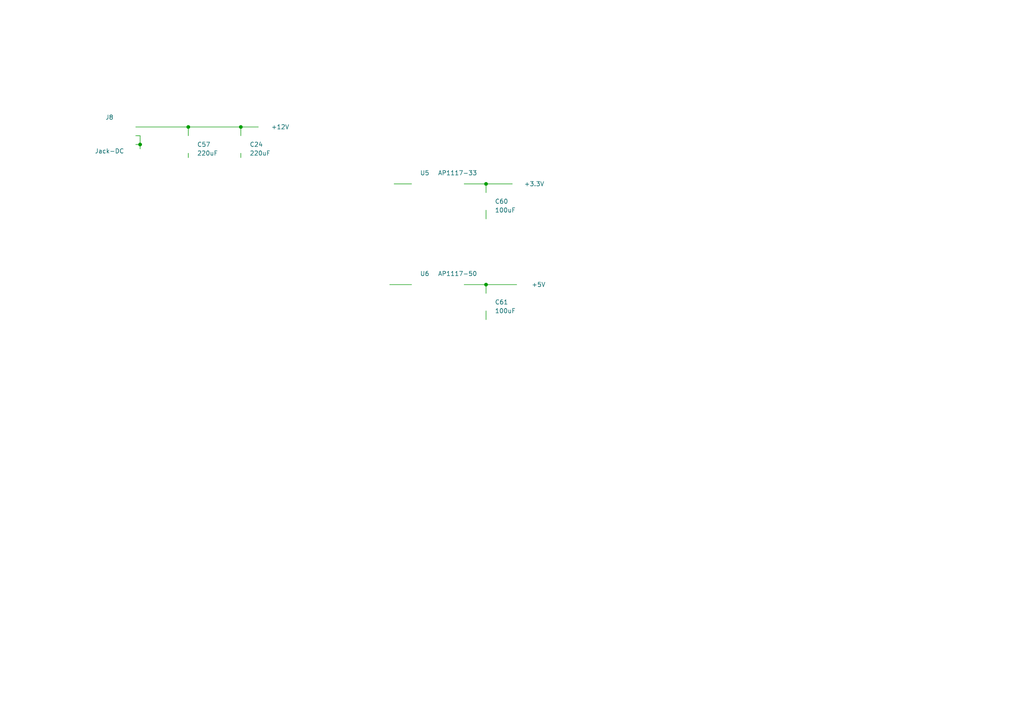
<source format=kicad_sch>
(kicad_sch
	(version 20231120)
	(generator "eeschema")
	(generator_version "8.0")
	(uuid "a90c83d4-e651-40b3-9e9e-f657d1f02d92")
	(paper "A4")
	(lib_symbols)
	(junction
		(at 140.97 53.34)
		(diameter 0)
		(color 0 0 0 0)
		(uuid "01ae115f-8ba8-44a8-9176-a0430be1b5a0")
	)
	(junction
		(at 40.64 41.91)
		(diameter 0)
		(color 0 0 0 0)
		(uuid "9ea57f3b-3bd4-47f0-9f86-c414010dc36e")
	)
	(junction
		(at 69.85 36.83)
		(diameter 0)
		(color 0 0 0 0)
		(uuid "d0f79b56-d1db-476b-8508-437f8ffd7d80")
	)
	(junction
		(at 140.97 82.55)
		(diameter 0)
		(color 0 0 0 0)
		(uuid "d4afdc3f-9a28-4238-ae98-dd21274689a9")
	)
	(junction
		(at 54.61 36.83)
		(diameter 0)
		(color 0 0 0 0)
		(uuid "e76075d9-da35-4bd9-8a39-27b211688663")
	)
	(wire
		(pts
			(xy 39.37 36.83) (xy 54.61 36.83)
		)
		(stroke
			(width 0)
			(type default)
		)
		(uuid "0519ebb6-1864-4220-bccc-d2194c4975d3")
	)
	(wire
		(pts
			(xy 140.97 53.34) (xy 148.59 53.34)
		)
		(stroke
			(width 0)
			(type default)
		)
		(uuid "0529a77b-21c8-41a7-8913-e9febbb28b11")
	)
	(wire
		(pts
			(xy 134.62 53.34) (xy 140.97 53.34)
		)
		(stroke
			(width 0)
			(type default)
		)
		(uuid "14aef81c-9679-4cad-9c27-3e6029a71564")
	)
	(wire
		(pts
			(xy 40.64 39.37) (xy 40.64 41.91)
		)
		(stroke
			(width 0)
			(type default)
		)
		(uuid "1943b2f7-674b-40ae-b960-a986e56c2171")
	)
	(wire
		(pts
			(xy 40.64 41.91) (xy 40.64 43.18)
		)
		(stroke
			(width 0)
			(type default)
		)
		(uuid "371cd7e6-1581-4514-bcd3-f173512895bc")
	)
	(wire
		(pts
			(xy 69.85 36.83) (xy 74.93 36.83)
		)
		(stroke
			(width 0)
			(type default)
		)
		(uuid "3feac837-9d80-4907-814c-e96b9f03e6cc")
	)
	(wire
		(pts
			(xy 140.97 85.09) (xy 140.97 82.55)
		)
		(stroke
			(width 0)
			(type default)
		)
		(uuid "45eadfc7-5c53-47da-b06a-ed531eb1ef9e")
	)
	(wire
		(pts
			(xy 113.03 82.55) (xy 119.38 82.55)
		)
		(stroke
			(width 0)
			(type default)
		)
		(uuid "5ce9ad2b-4ef6-4057-aac8-294288c09cd6")
	)
	(wire
		(pts
			(xy 54.61 44.45) (xy 54.61 45.72)
		)
		(stroke
			(width 0)
			(type default)
		)
		(uuid "633a19b5-5d13-40c1-af75-36be0448c1f2")
	)
	(wire
		(pts
			(xy 140.97 55.88) (xy 140.97 53.34)
		)
		(stroke
			(width 0)
			(type default)
		)
		(uuid "654e208a-b634-4e07-bd33-8d7e3f139244")
	)
	(wire
		(pts
			(xy 140.97 63.5) (xy 140.97 60.96)
		)
		(stroke
			(width 0)
			(type default)
		)
		(uuid "7332da47-e043-42b6-add8-10aec8151ced")
	)
	(wire
		(pts
			(xy 39.37 39.37) (xy 40.64 39.37)
		)
		(stroke
			(width 0)
			(type default)
		)
		(uuid "79a11ee6-8351-4ce6-8107-ec2e916b4ed3")
	)
	(wire
		(pts
			(xy 39.37 41.91) (xy 40.64 41.91)
		)
		(stroke
			(width 0)
			(type default)
		)
		(uuid "7a75ff01-7594-4246-8aa5-8bfc53cbadc5")
	)
	(wire
		(pts
			(xy 54.61 36.83) (xy 69.85 36.83)
		)
		(stroke
			(width 0)
			(type default)
		)
		(uuid "848e1bd1-37a8-495d-bc98-ba0958bf6967")
	)
	(wire
		(pts
			(xy 69.85 45.72) (xy 69.85 44.45)
		)
		(stroke
			(width 0)
			(type default)
		)
		(uuid "8c873bb5-8ffa-49f4-914a-17512b8a46c5")
	)
	(wire
		(pts
			(xy 54.61 39.37) (xy 54.61 36.83)
		)
		(stroke
			(width 0)
			(type default)
		)
		(uuid "91e3597a-0ccc-47a3-8c83-54486bdc74b1")
	)
	(wire
		(pts
			(xy 69.85 39.37) (xy 69.85 36.83)
		)
		(stroke
			(width 0)
			(type default)
		)
		(uuid "959ec1f9-cbb8-42ae-a8b3-7891f6d48805")
	)
	(wire
		(pts
			(xy 114.3 53.34) (xy 119.38 53.34)
		)
		(stroke
			(width 0)
			(type default)
		)
		(uuid "e4c8cf59-cf70-4f7e-baa6-a1d9a3eddd5a")
	)
	(wire
		(pts
			(xy 140.97 92.71) (xy 140.97 90.17)
		)
		(stroke
			(width 0)
			(type default)
		)
		(uuid "ebf46a53-d6c4-4a9f-9071-34e4216f6b8f")
	)
	(wire
		(pts
			(xy 140.97 82.55) (xy 149.86 82.55)
		)
		(stroke
			(width 0)
			(type default)
		)
		(uuid "f4157c24-f865-4a07-9e4a-301dd548e969")
	)
	(wire
		(pts
			(xy 134.62 82.55) (xy 140.97 82.55)
		)
		(stroke
			(width 0)
			(type default)
		)
		(uuid "fb9eb67d-2bc0-4ff2-9479-08b1c54b4ab6")
	)
	(symbol
		(lib_id "GND")
		(at 127 60.96 0)
		(unit 1)
		(exclude_from_sim no)
		(in_bom yes)
		(on_board yes)
		(dnp no)
		(uuid "00000000-0000-0000-0000-0000616346e3")
		(property "Reference" "#PWR068"
			(at 127 67.31 0)
			(effects
				(font
					(size 1.27 1.27)
				)
				(hide yes)
			)
		)
		(property "Value" "GND"
			(at 127 64.77 0)
			(effects
				(font
					(size 1.27 1.27)
				)
				(hide yes)
			)
		)
		(property "Footprint" ""
			(at 127 60.96 0)
			(effects
				(font
					(size 1.27 1.27)
				)
				(hide yes)
			)
		)
		(property "Datasheet" ""
			(at 127 60.96 0)
			(effects
				(font
					(size 1.27 1.27)
				)
				(hide yes)
			)
		)
		(property "Description" ""
			(at 127 60.96 0)
			(effects
				(font
					(size 1.27 1.27)
				)
				(hide yes)
			)
		)
		(instances
			(project "pure"
				(path "/74d736cc-15c3-4dc5-ae3c-dc08a689d728/00000000-0000-0000-0000-0000616344f8"
					(reference "#PWR068")
					(unit 1)
				)
			)
		)
	)
	(symbol
		(lib_id "+12V")
		(at 113.03 82.55 90)
		(unit 1)
		(exclude_from_sim no)
		(in_bom yes)
		(on_board yes)
		(dnp no)
		(uuid "00000000-0000-0000-0000-000061634868")
		(property "Reference" "#PWR069"
			(at 116.84 82.55 0)
			(effects
				(font
					(size 1.27 1.27)
				)
				(hide yes)
			)
		)
		(property "Value" "+12V"
			(at 106.68 82.55 90)
			(effects
				(font
					(size 1.27 1.27)
				)
			)
		)
		(property "Footprint" ""
			(at 113.03 82.55 0)
			(effects
				(font
					(size 1.27 1.27)
				)
				(hide yes)
			)
		)
		(property "Datasheet" ""
			(at 113.03 82.55 0)
			(effects
				(font
					(size 1.27 1.27)
				)
				(hide yes)
			)
		)
		(property "Description" ""
			(at 113.03 82.55 0)
			(effects
				(font
					(size 1.27 1.27)
				)
				(hide yes)
			)
		)
		(instances
			(project "pure"
				(path "/74d736cc-15c3-4dc5-ae3c-dc08a689d728/00000000-0000-0000-0000-0000616344f8"
					(reference "#PWR069")
					(unit 1)
				)
			)
		)
	)
	(symbol
		(lib_id "+3.3V")
		(at 148.59 53.34 270)
		(unit 1)
		(exclude_from_sim no)
		(in_bom yes)
		(on_board yes)
		(dnp no)
		(uuid "00000000-0000-0000-0000-000061634c13")
		(property "Reference" "#PWR070"
			(at 144.78 53.34 0)
			(effects
				(font
					(size 1.27 1.27)
				)
				(hide yes)
			)
		)
		(property "Value" "+3.3V"
			(at 154.94 53.34 90)
			(effects
				(font
					(size 1.27 1.27)
				)
			)
		)
		(property "Footprint" ""
			(at 148.59 53.34 0)
			(effects
				(font
					(size 1.27 1.27)
				)
				(hide yes)
			)
		)
		(property "Datasheet" ""
			(at 148.59 53.34 0)
			(effects
				(font
					(size 1.27 1.27)
				)
				(hide yes)
			)
		)
		(property "Description" ""
			(at 148.59 53.34 0)
			(effects
				(font
					(size 1.27 1.27)
				)
				(hide yes)
			)
		)
		(instances
			(project "pure"
				(path "/74d736cc-15c3-4dc5-ae3c-dc08a689d728/00000000-0000-0000-0000-0000616344f8"
					(reference "#PWR070")
					(unit 1)
				)
			)
		)
	)
	(symbol
		(lib_id "Jack-DC")
		(at 31.75 39.37 0)
		(unit 1)
		(exclude_from_sim no)
		(in_bom yes)
		(on_board yes)
		(dnp no)
		(uuid "00000000-0000-0000-0000-000061634d81")
		(property "Reference" "J8"
			(at 31.75 34.036 0)
			(effects
				(font
					(size 1.27 1.27)
				)
			)
		)
		(property "Value" "Jack-DC"
			(at 31.75 43.815 0)
			(effects
				(font
					(size 1.27 1.27)
				)
			)
		)
		(property "Footprint" "LCSDR:BARREL_JACK"
			(at 33.02 40.386 0)
			(effects
				(font
					(size 1.27 1.27)
				)
				(hide yes)
			)
		)
		(property "Datasheet" ""
			(at 33.02 40.386 0)
			(effects
				(font
					(size 1.27 1.27)
				)
				(hide yes)
			)
		)
		(property "Description" ""
			(at 31.75 39.37 0)
			(effects
				(font
					(size 1.27 1.27)
				)
				(hide yes)
			)
		)
		(instances
			(project "pure"
				(path "/74d736cc-15c3-4dc5-ae3c-dc08a689d728/00000000-0000-0000-0000-0000616344f8"
					(reference "J8")
					(unit 1)
				)
			)
		)
	)
	(symbol
		(lib_id "+12V")
		(at 74.93 36.83 270)
		(unit 1)
		(exclude_from_sim no)
		(in_bom yes)
		(on_board yes)
		(dnp no)
		(uuid "00000000-0000-0000-0000-000061634e52")
		(property "Reference" "#PWR071"
			(at 71.12 36.83 0)
			(effects
				(font
					(size 1.27 1.27)
				)
				(hide yes)
			)
		)
		(property "Value" "+12V"
			(at 81.28 36.83 90)
			(effects
				(font
					(size 1.27 1.27)
				)
			)
		)
		(property "Footprint" ""
			(at 74.93 36.83 0)
			(effects
				(font
					(size 1.27 1.27)
				)
				(hide yes)
			)
		)
		(property "Datasheet" ""
			(at 74.93 36.83 0)
			(effects
				(font
					(size 1.27 1.27)
				)
				(hide yes)
			)
		)
		(property "Description" ""
			(at 74.93 36.83 0)
			(effects
				(font
					(size 1.27 1.27)
				)
				(hide yes)
			)
		)
		(instances
			(project "pure"
				(path "/74d736cc-15c3-4dc5-ae3c-dc08a689d728/00000000-0000-0000-0000-0000616344f8"
					(reference "#PWR071")
					(unit 1)
				)
			)
		)
	)
	(symbol
		(lib_id "CP_Small")
		(at 54.61 41.91 0)
		(unit 1)
		(exclude_from_sim no)
		(in_bom yes)
		(on_board yes)
		(dnp no)
		(uuid "00000000-0000-0000-0000-000061634f42")
		(property "Reference" "C57"
			(at 57.15 41.91 0)
			(effects
				(font
					(size 1.27 1.27)
				)
				(justify left)
			)
		)
		(property "Value" "220uF"
			(at 57.15 44.45 0)
			(effects
				(font
					(size 1.27 1.27)
				)
				(justify left)
			)
		)
		(property "Footprint" "LCSDR:C_Radial_D5_L11_P2.5"
			(at 54.61 41.91 0)
			(effects
				(font
					(size 1.27 1.27)
				)
				(hide yes)
			)
		)
		(property "Datasheet" ""
			(at 54.61 41.91 0)
			(effects
				(font
					(size 1.27 1.27)
				)
				(hide yes)
			)
		)
		(property "Description" ""
			(at 54.61 41.91 0)
			(effects
				(font
					(size 1.27 1.27)
				)
				(hide yes)
			)
		)
		(instances
			(project "pure"
				(path "/74d736cc-15c3-4dc5-ae3c-dc08a689d728/00000000-0000-0000-0000-0000616344f8"
					(reference "C57")
					(unit 1)
				)
			)
		)
	)
	(symbol
		(lib_id "GND")
		(at 54.61 45.72 0)
		(unit 1)
		(exclude_from_sim no)
		(in_bom yes)
		(on_board yes)
		(dnp no)
		(uuid "00000000-0000-0000-0000-000061635063")
		(property "Reference" "#PWR072"
			(at 54.61 52.07 0)
			(effects
				(font
					(size 1.27 1.27)
				)
				(hide yes)
			)
		)
		(property "Value" "GND"
			(at 54.61 49.53 0)
			(effects
				(font
					(size 1.27 1.27)
				)
				(hide yes)
			)
		)
		(property "Footprint" ""
			(at 54.61 45.72 0)
			(effects
				(font
					(size 1.27 1.27)
				)
				(hide yes)
			)
		)
		(property "Datasheet" ""
			(at 54.61 45.72 0)
			(effects
				(font
					(size 1.27 1.27)
				)
				(hide yes)
			)
		)
		(property "Description" ""
			(at 54.61 45.72 0)
			(effects
				(font
					(size 1.27 1.27)
				)
				(hide yes)
			)
		)
		(instances
			(project "pure"
				(path "/74d736cc-15c3-4dc5-ae3c-dc08a689d728/00000000-0000-0000-0000-0000616344f8"
					(reference "#PWR072")
					(unit 1)
				)
			)
		)
	)
	(symbol
		(lib_id "CP_Small")
		(at 140.97 58.42 0)
		(unit 1)
		(exclude_from_sim no)
		(in_bom yes)
		(on_board yes)
		(dnp no)
		(uuid "00000000-0000-0000-0000-000061635124")
		(property "Reference" "C60"
			(at 143.51 58.42 0)
			(effects
				(font
					(size 1.27 1.27)
				)
				(justify left)
			)
		)
		(property "Value" "100uF"
			(at 143.51 60.96 0)
			(effects
				(font
					(size 1.27 1.27)
				)
				(justify left)
			)
		)
		(property "Footprint" "Capacitors_THT:CP_Radial_D6.3mm_P2.50mm"
			(at 140.97 58.42 0)
			(effects
				(font
					(size 1.27 1.27)
				)
				(hide yes)
			)
		)
		(property "Datasheet" ""
			(at 140.97 58.42 0)
			(effects
				(font
					(size 1.27 1.27)
				)
				(hide yes)
			)
		)
		(property "Description" ""
			(at 140.97 58.42 0)
			(effects
				(font
					(size 1.27 1.27)
				)
				(hide yes)
			)
		)
		(instances
			(project "pure"
				(path "/74d736cc-15c3-4dc5-ae3c-dc08a689d728/00000000-0000-0000-0000-0000616344f8"
					(reference "C60")
					(unit 1)
				)
			)
		)
	)
	(symbol
		(lib_id "CP_Small")
		(at 140.97 87.63 0)
		(unit 1)
		(exclude_from_sim no)
		(in_bom yes)
		(on_board yes)
		(dnp no)
		(uuid "00000000-0000-0000-0000-0000616351c9")
		(property "Reference" "C61"
			(at 143.51 87.63 0)
			(effects
				(font
					(size 1.27 1.27)
				)
				(justify left)
			)
		)
		(property "Value" "100uF"
			(at 143.51 90.17 0)
			(effects
				(font
					(size 1.27 1.27)
				)
				(justify left)
			)
		)
		(property "Footprint" "Capacitors_THT:CP_Radial_D6.3mm_P2.50mm"
			(at 140.97 87.63 0)
			(effects
				(font
					(size 1.27 1.27)
				)
				(hide yes)
			)
		)
		(property "Datasheet" ""
			(at 140.97 87.63 0)
			(effects
				(font
					(size 1.27 1.27)
				)
				(hide yes)
			)
		)
		(property "Description" ""
			(at 140.97 87.63 0)
			(effects
				(font
					(size 1.27 1.27)
				)
				(hide yes)
			)
		)
		(instances
			(project "pure"
				(path "/74d736cc-15c3-4dc5-ae3c-dc08a689d728/00000000-0000-0000-0000-0000616344f8"
					(reference "C61")
					(unit 1)
				)
			)
		)
	)
	(symbol
		(lib_id "GND")
		(at 140.97 92.71 0)
		(unit 1)
		(exclude_from_sim no)
		(in_bom yes)
		(on_board yes)
		(dnp no)
		(uuid "00000000-0000-0000-0000-0000616352cf")
		(property "Reference" "#PWR076"
			(at 140.97 99.06 0)
			(effects
				(font
					(size 1.27 1.27)
				)
				(hide yes)
			)
		)
		(property "Value" "GND"
			(at 140.97 96.52 0)
			(effects
				(font
					(size 1.27 1.27)
				)
				(hide yes)
			)
		)
		(property "Footprint" ""
			(at 140.97 92.71 0)
			(effects
				(font
					(size 1.27 1.27)
				)
				(hide yes)
			)
		)
		(property "Datasheet" ""
			(at 140.97 92.71 0)
			(effects
				(font
					(size 1.27 1.27)
				)
				(hide yes)
			)
		)
		(property "Description" ""
			(at 140.97 92.71 0)
			(effects
				(font
					(size 1.27 1.27)
				)
				(hide yes)
			)
		)
		(instances
			(project "pure"
				(path "/74d736cc-15c3-4dc5-ae3c-dc08a689d728/00000000-0000-0000-0000-0000616344f8"
					(reference "#PWR076")
					(unit 1)
				)
			)
		)
	)
	(symbol
		(lib_id "GND")
		(at 140.97 63.5 0)
		(unit 1)
		(exclude_from_sim no)
		(in_bom yes)
		(on_board yes)
		(dnp no)
		(uuid "00000000-0000-0000-0000-000061635424")
		(property "Reference" "#PWR073"
			(at 140.97 69.85 0)
			(effects
				(font
					(size 1.27 1.27)
				)
				(hide yes)
			)
		)
		(property "Value" "GND"
			(at 140.97 67.31 0)
			(effects
				(font
					(size 1.27 1.27)
				)
				(hide yes)
			)
		)
		(property "Footprint" ""
			(at 140.97 63.5 0)
			(effects
				(font
					(size 1.27 1.27)
				)
				(hide yes)
			)
		)
		(property "Datasheet" ""
			(at 140.97 63.5 0)
			(effects
				(font
					(size 1.27 1.27)
				)
				(hide yes)
			)
		)
		(property "Description" ""
			(at 140.97 63.5 0)
			(effects
				(font
					(size 1.27 1.27)
				)
				(hide yes)
			)
		)
		(instances
			(project "pure"
				(path "/74d736cc-15c3-4dc5-ae3c-dc08a689d728/00000000-0000-0000-0000-0000616344f8"
					(reference "#PWR073")
					(unit 1)
				)
			)
		)
	)
	(symbol
		(lib_id "GND")
		(at 40.64 43.18 0)
		(unit 1)
		(exclude_from_sim no)
		(in_bom yes)
		(on_board yes)
		(dnp no)
		(uuid "00000000-0000-0000-0000-000061635cdc")
		(property "Reference" "#PWR074"
			(at 40.64 49.53 0)
			(effects
				(font
					(size 1.27 1.27)
				)
				(hide yes)
			)
		)
		(property "Value" "GND"
			(at 40.64 46.99 0)
			(effects
				(font
					(size 1.27 1.27)
				)
				(hide yes)
			)
		)
		(property "Footprint" ""
			(at 40.64 43.18 0)
			(effects
				(font
					(size 1.27 1.27)
				)
				(hide yes)
			)
		)
		(property "Datasheet" ""
			(at 40.64 43.18 0)
			(effects
				(font
					(size 1.27 1.27)
				)
				(hide yes)
			)
		)
		(property "Description" ""
			(at 40.64 43.18 0)
			(effects
				(font
					(size 1.27 1.27)
				)
				(hide yes)
			)
		)
		(instances
			(project "pure"
				(path "/74d736cc-15c3-4dc5-ae3c-dc08a689d728/00000000-0000-0000-0000-0000616344f8"
					(reference "#PWR074")
					(unit 1)
				)
			)
		)
	)
	(symbol
		(lib_id "CP_Small")
		(at 69.85 41.91 0)
		(unit 1)
		(exclude_from_sim no)
		(in_bom yes)
		(on_board yes)
		(dnp no)
		(uuid "00000000-0000-0000-0000-0000616b2db0")
		(property "Reference" "C24"
			(at 72.39 41.91 0)
			(effects
				(font
					(size 1.27 1.27)
				)
				(justify left)
			)
		)
		(property "Value" "220uF"
			(at 72.39 44.45 0)
			(effects
				(font
					(size 1.27 1.27)
				)
				(justify left)
			)
		)
		(property "Footprint" "LCSDR:C_Radial_D5_L11_P2.5"
			(at 69.85 41.91 0)
			(effects
				(font
					(size 1.27 1.27)
				)
				(hide yes)
			)
		)
		(property "Datasheet" ""
			(at 69.85 41.91 0)
			(effects
				(font
					(size 1.27 1.27)
				)
				(hide yes)
			)
		)
		(property "Description" ""
			(at 69.85 41.91 0)
			(effects
				(font
					(size 1.27 1.27)
				)
				(hide yes)
			)
		)
		(instances
			(project "pure"
				(path "/74d736cc-15c3-4dc5-ae3c-dc08a689d728/00000000-0000-0000-0000-0000616344f8"
					(reference "C24")
					(unit 1)
				)
			)
		)
	)
	(symbol
		(lib_id "GND")
		(at 69.85 45.72 0)
		(unit 1)
		(exclude_from_sim no)
		(in_bom yes)
		(on_board yes)
		(dnp no)
		(uuid "00000000-0000-0000-0000-0000616b2e9f")
		(property "Reference" "#PWR075"
			(at 69.85 52.07 0)
			(effects
				(font
					(size 1.27 1.27)
				)
				(hide yes)
			)
		)
		(property "Value" "GND"
			(at 69.85 49.53 0)
			(effects
				(font
					(size 1.27 1.27)
				)
				(hide yes)
			)
		)
		(property "Footprint" ""
			(at 69.85 45.72 0)
			(effects
				(font
					(size 1.27 1.27)
				)
				(hide yes)
			)
		)
		(property "Datasheet" ""
			(at 69.85 45.72 0)
			(effects
				(font
					(size 1.27 1.27)
				)
				(hide yes)
			)
		)
		(property "Description" ""
			(at 69.85 45.72 0)
			(effects
				(font
					(size 1.27 1.27)
				)
				(hide yes)
			)
		)
		(instances
			(project "pure"
				(path "/74d736cc-15c3-4dc5-ae3c-dc08a689d728/00000000-0000-0000-0000-0000616344f8"
					(reference "#PWR075")
					(unit 1)
				)
			)
		)
	)
	(symbol
		(lib_id "AP1117-33")
		(at 127 53.34 0)
		(unit 1)
		(exclude_from_sim no)
		(in_bom yes)
		(on_board yes)
		(dnp no)
		(uuid "00000000-0000-0000-0000-000064663ac1")
		(property "Reference" "U5"
			(at 123.19 50.165 0)
			(effects
				(font
					(size 1.27 1.27)
				)
			)
		)
		(property "Value" "AP1117-33"
			(at 127 50.165 0)
			(effects
				(font
					(size 1.27 1.27)
				)
				(justify left)
			)
		)
		(property "Footprint" "TO_SOT_Packages_SMD:SOT-223-3Lead_TabPin2"
			(at 127 48.26 0)
			(effects
				(font
					(size 1.27 1.27)
				)
				(hide yes)
			)
		)
		(property "Datasheet" ""
			(at 129.54 59.69 0)
			(effects
				(font
					(size 1.27 1.27)
				)
				(hide yes)
			)
		)
		(property "Description" ""
			(at 127 53.34 0)
			(effects
				(font
					(size 1.27 1.27)
				)
				(hide yes)
			)
		)
		(instances
			(project "pure"
				(path "/74d736cc-15c3-4dc5-ae3c-dc08a689d728/00000000-0000-0000-0000-0000616344f8"
					(reference "U5")
					(unit 1)
				)
			)
		)
	)
	(symbol
		(lib_id "AP1117-50")
		(at 127 82.55 0)
		(unit 1)
		(exclude_from_sim no)
		(in_bom yes)
		(on_board yes)
		(dnp no)
		(uuid "00000000-0000-0000-0000-000064663c82")
		(property "Reference" "U6"
			(at 123.19 79.375 0)
			(effects
				(font
					(size 1.27 1.27)
				)
			)
		)
		(property "Value" "AP1117-50"
			(at 127 79.375 0)
			(effects
				(font
					(size 1.27 1.27)
				)
				(justify left)
			)
		)
		(property "Footprint" "TO_SOT_Packages_SMD:SOT-223-3Lead_TabPin2"
			(at 127 77.47 0)
			(effects
				(font
					(size 1.27 1.27)
				)
				(hide yes)
			)
		)
		(property "Datasheet" ""
			(at 129.54 88.9 0)
			(effects
				(font
					(size 1.27 1.27)
				)
				(hide yes)
			)
		)
		(property "Description" ""
			(at 127 82.55 0)
			(effects
				(font
					(size 1.27 1.27)
				)
				(hide yes)
			)
		)
		(instances
			(project "pure"
				(path "/74d736cc-15c3-4dc5-ae3c-dc08a689d728/00000000-0000-0000-0000-0000616344f8"
					(reference "U6")
					(unit 1)
				)
			)
		)
	)
	(symbol
		(lib_id "GND")
		(at 127 90.17 0)
		(unit 1)
		(exclude_from_sim no)
		(in_bom yes)
		(on_board yes)
		(dnp no)
		(uuid "00000000-0000-0000-0000-000064663d3f")
		(property "Reference" "#PWR077"
			(at 127 96.52 0)
			(effects
				(font
					(size 1.27 1.27)
				)
				(hide yes)
			)
		)
		(property "Value" "GND"
			(at 127 93.98 0)
			(effects
				(font
					(size 1.27 1.27)
				)
				(hide yes)
			)
		)
		(property "Footprint" ""
			(at 127 90.17 0)
			(effects
				(font
					(size 1.27 1.27)
				)
				(hide yes)
			)
		)
		(property "Datasheet" ""
			(at 127 90.17 0)
			(effects
				(font
					(size 1.27 1.27)
				)
				(hide yes)
			)
		)
		(property "Description" ""
			(at 127 90.17 0)
			(effects
				(font
					(size 1.27 1.27)
				)
				(hide yes)
			)
		)
		(instances
			(project "pure"
				(path "/74d736cc-15c3-4dc5-ae3c-dc08a689d728/00000000-0000-0000-0000-0000616344f8"
					(reference "#PWR077")
					(unit 1)
				)
			)
		)
	)
	(symbol
		(lib_id "+5V")
		(at 149.86 82.55 270)
		(unit 1)
		(exclude_from_sim no)
		(in_bom yes)
		(on_board yes)
		(dnp no)
		(uuid "00000000-0000-0000-0000-000064663ef4")
		(property "Reference" "#PWR078"
			(at 146.05 82.55 0)
			(effects
				(font
					(size 1.27 1.27)
				)
				(hide yes)
			)
		)
		(property "Value" "+5V"
			(at 156.21 82.55 90)
			(effects
				(font
					(size 1.27 1.27)
				)
			)
		)
		(property "Footprint" ""
			(at 149.86 82.55 0)
			(effects
				(font
					(size 1.27 1.27)
				)
				(hide yes)
			)
		)
		(property "Datasheet" ""
			(at 149.86 82.55 0)
			(effects
				(font
					(size 1.27 1.27)
				)
				(hide yes)
			)
		)
		(property "Description" ""
			(at 149.86 82.55 0)
			(effects
				(font
					(size 1.27 1.27)
				)
				(hide yes)
			)
		)
		(instances
			(project "pure"
				(path "/74d736cc-15c3-4dc5-ae3c-dc08a689d728/00000000-0000-0000-0000-0000616344f8"
					(reference "#PWR078")
					(unit 1)
				)
			)
		)
	)
	(symbol
		(lib_id "+5V")
		(at 114.3 53.34 90)
		(unit 1)
		(exclude_from_sim no)
		(in_bom yes)
		(on_board yes)
		(dnp no)
		(uuid "00000000-0000-0000-0000-000064664014")
		(property "Reference" "#PWR079"
			(at 118.11 53.34 0)
			(effects
				(font
					(size 1.27 1.27)
				)
				(hide yes)
			)
		)
		(property "Value" "+5V"
			(at 107.95 53.34 90)
			(effects
				(font
					(size 1.27 1.27)
				)
			)
		)
		(property "Footprint" ""
			(at 114.3 53.34 0)
			(effects
				(font
					(size 1.27 1.27)
				)
				(hide yes)
			)
		)
		(property "Datasheet" ""
			(at 114.3 53.34 0)
			(effects
				(font
					(size 1.27 1.27)
				)
				(hide yes)
			)
		)
		(property "Description" ""
			(at 114.3 53.34 0)
			(effects
				(font
					(size 1.27 1.27)
				)
				(hide yes)
			)
		)
		(instances
			(project "pure"
				(path "/74d736cc-15c3-4dc5-ae3c-dc08a689d728/00000000-0000-0000-0000-0000616344f8"
					(reference "#PWR079")
					(unit 1)
				)
			)
		)
	)
)
</source>
